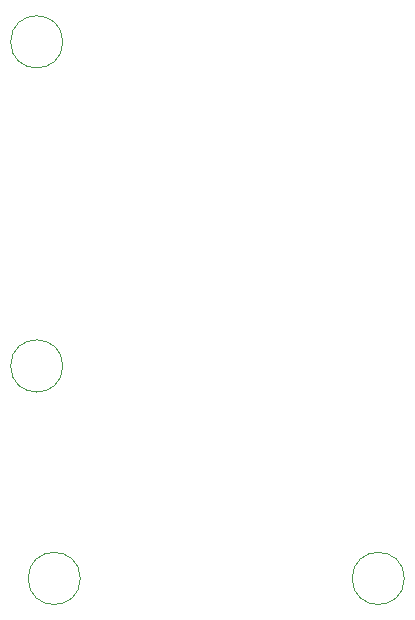
<source format=gbr>
G04 #@! TF.GenerationSoftware,KiCad,Pcbnew,5.1.5*
G04 #@! TF.CreationDate,2020-04-03T19:56:18-07:00*
G04 #@! TF.ProjectId,EEP_2,4545505f-322e-46b6-9963-61645f706362,rev?*
G04 #@! TF.SameCoordinates,Original*
G04 #@! TF.FileFunction,Legend,Bot*
G04 #@! TF.FilePolarity,Positive*
%FSLAX46Y46*%
G04 Gerber Fmt 4.6, Leading zero omitted, Abs format (unit mm)*
G04 Created by KiCad (PCBNEW 5.1.5) date 2020-04-03 19:56:18*
%MOMM*%
%LPD*%
G04 APERTURE LIST*
%ADD10C,0.120000*%
G04 APERTURE END LIST*
D10*
X56570000Y-97750000D02*
G75*
G03X56570000Y-97750000I-2210000J0D01*
G01*
X29130000Y-97750000D02*
G75*
G03X29130000Y-97750000I-2210000J0D01*
G01*
X27650000Y-52320000D02*
G75*
G03X27650000Y-52320000I-2210000J0D01*
G01*
X27650000Y-79760000D02*
G75*
G03X27650000Y-79760000I-2210000J0D01*
G01*
M02*

</source>
